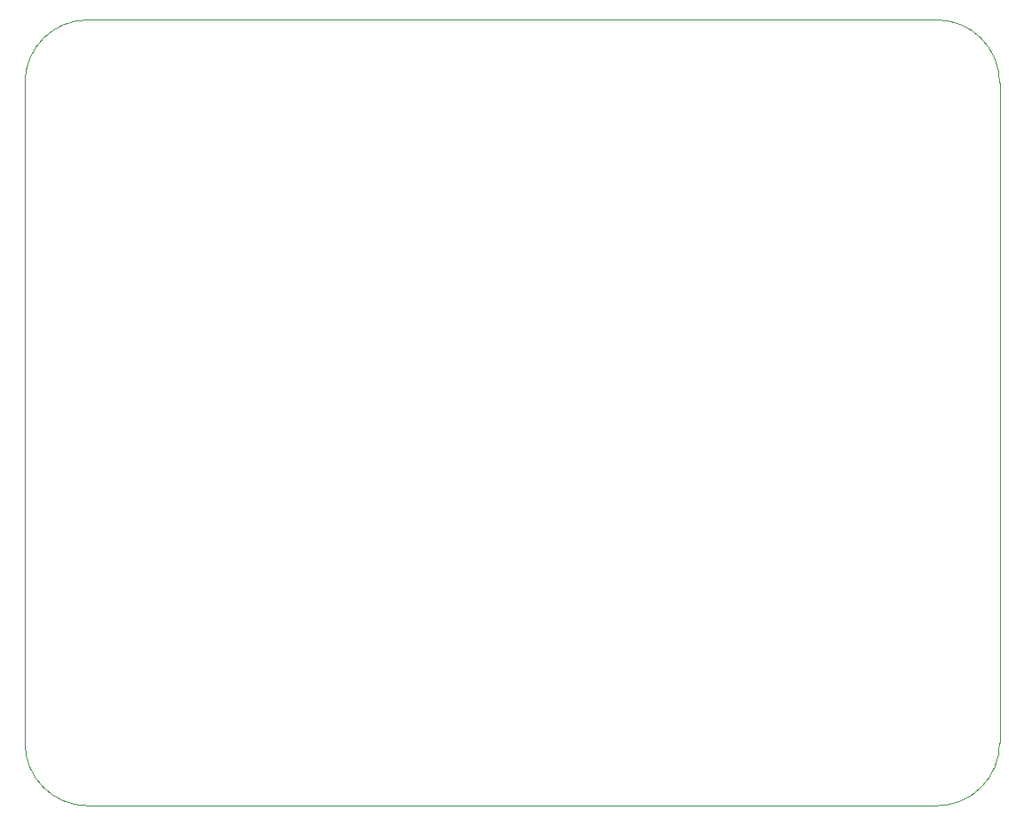
<source format=gbr>
%TF.GenerationSoftware,KiCad,Pcbnew,7.0.5*%
%TF.CreationDate,2024-07-05T18:30:49+07:00*%
%TF.ProjectId,project233,70726f6a-6563-4743-9233-332e6b696361,rev?*%
%TF.SameCoordinates,Original*%
%TF.FileFunction,Profile,NP*%
%FSLAX46Y46*%
G04 Gerber Fmt 4.6, Leading zero omitted, Abs format (unit mm)*
G04 Created by KiCad (PCBNEW 7.0.5) date 2024-07-05 18:30:49*
%MOMM*%
%LPD*%
G01*
G04 APERTURE LIST*
%TA.AperFunction,Profile*%
%ADD10C,0.100000*%
%TD*%
G04 APERTURE END LIST*
D10*
X206000000Y-81000000D02*
X206000000Y-144000000D01*
X200000000Y-150000000D02*
G75*
G03*
X206000000Y-144000000I0J6000000D01*
G01*
X113000000Y-144000000D02*
X113000000Y-81000000D01*
X119000000Y-75000000D02*
G75*
G03*
X113000000Y-81000000I0J-6000000D01*
G01*
X206000001Y-81000000D02*
G75*
G03*
X199999999Y-74999999I-6000001J0D01*
G01*
X113000000Y-144000000D02*
G75*
G03*
X119000000Y-150000000I6000000J0D01*
G01*
X200000000Y-150000000D02*
X119000000Y-150000000D01*
X119000000Y-75000000D02*
X199999999Y-74999999D01*
M02*

</source>
